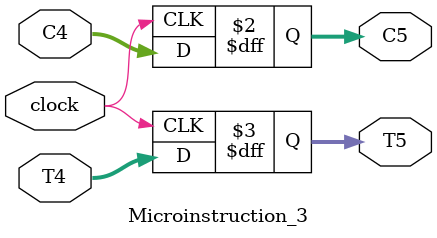
<source format=v>

module Microinstruction_3 (clock,
	C4,
	T4,
	C5,
	T5
);

/*****************************************************************
Modulo que implementa la tercera microintrucción del pipeline,
habria que chequear que en el momento inicial no flashee cualquiera.
******************************************************************/
	input clock;
	input [5:0] 		C4;
	input [6:0] 		T4;
	output reg [5:0] 	C5;
	output reg [6:0] 	T5;

	always @(posedge clock) 
	begin
		C5	=	C4;
		T5	=	T4;
	end
endmodule
</source>
